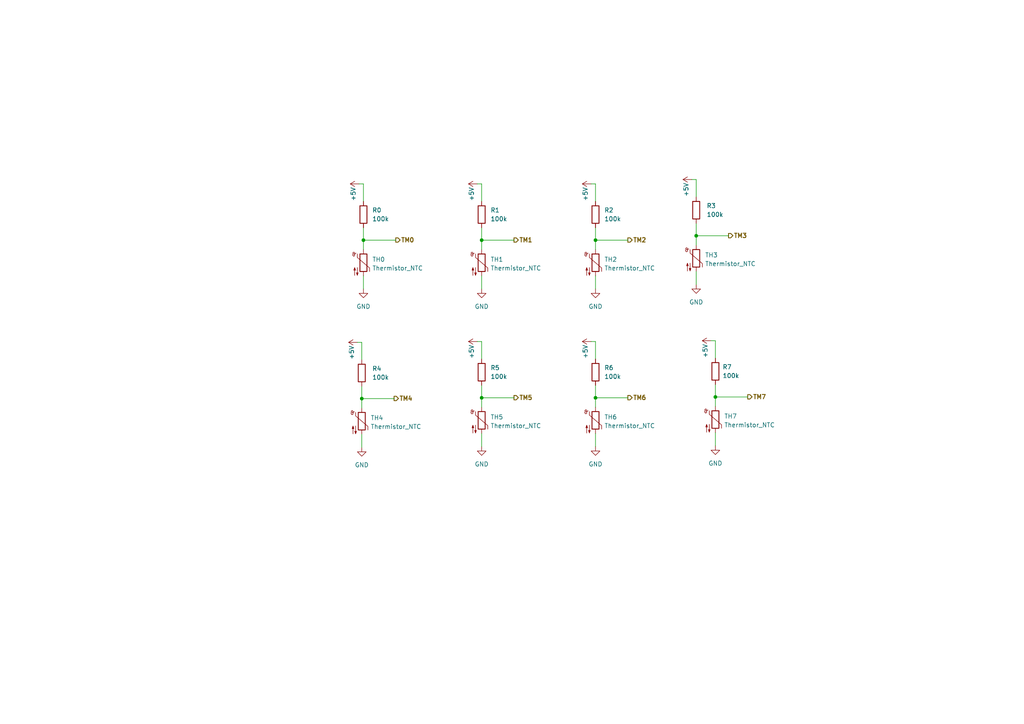
<source format=kicad_sch>
(kicad_sch (version 20211123) (generator eeschema)
  (paper "A4")
  (lib_symbols
    (symbol "Device:R" (pin_numbers hide) (pin_names (offset 0))
      (property "Reference" "R" (at 2.032 0 90))
      (property "Value" "R" (at 0 0 90))
      (symbol "R_0_1"
        (rectangle (start -1.016 -2.54) (end 1.016 2.54) (stroke (width 0.254)))
      )
      (symbol "R_1_1"
        (pin passive line (at 0 3.81 270) (length 1.27) (name "~") (number "1"))
        (pin passive line (at 0 -3.81 90) (length 1.27) (name "~") (number "2"))
      )
    )
    (symbol "Device:Thermistor_NTC" (pin_numbers hide) (pin_names (offset 0))
      (property "Reference" "TH" (at -4.445 0 90))
      (property "Value" "Thermistor_NTC" (at 3.175 0 90))
      (symbol "Thermistor_NTC_0_1"
        (arc (start -3.048 2.159) (mid -3.0505 2.3165) (end -3.175 2.413))
        (arc (start -3.048 2.159) (mid -2.9736 1.9794) (end -2.794 1.905))
        (arc (start -3.048 2.794) (mid -2.9736 2.6144) (end -2.794 2.54))
        (arc (start -2.794 1.905) (mid -2.6144 1.9794) (end -2.54 2.159))
        (arc (start -2.794 2.54) (mid -2.434 2.5608) (end -2.159 2.794))
        (arc (start -2.794 3.048) (mid -2.9736 2.9736) (end -3.048 2.794))
        (arc (start -2.54 2.794) (mid -2.6144 2.9736) (end -2.794 3.048))
        (rectangle (start -1.016 2.54) (end 1.016 -2.54) (stroke (width 0.254)))
        (polyline (pts (xy -2.54 2.159) (xy -2.54 2.794)))
        (polyline (pts (xy -1.778 2.54) (xy -1.778 1.524) (xy 1.778 -1.524) (xy 1.778 -2.54)))
        (polyline (pts (xy -2.54 -3.683) (xy -2.54 -1.397) (xy -2.794 -2.159) (xy -2.286 -2.159) (xy -2.54 -1.397) (xy -2.54 -1.651)) (fill (type outline)))
        (polyline (pts (xy -1.778 -1.397) (xy -1.778 -3.683) (xy -2.032 -2.921) (xy -1.524 -2.921) (xy -1.778 -3.683) (xy -1.778 -3.429)) (fill (type outline)))
      )
      (symbol "Thermistor_NTC_1_1"
        (pin passive line (at 0 3.81 270) (length 1.27) (name "~") (number "1"))
        (pin passive line (at 0 -3.81 90) (length 1.27) (name "~") (number "2"))
      )
    )
    (symbol "power:+5V" (power) (pin_names (offset 0))
      (property "Value" "+5V" (at 0 3.556 0))
      (symbol "+5V_0_1"
        (polyline (pts (xy -0.762 1.27) (xy 0 2.54)))
        (polyline (pts (xy 0 0) (xy 0 2.54)))
        (polyline (pts (xy 0 2.54) (xy 0.762 1.27)))
      )
      (symbol "+5V_1_1"
        (pin power_in line (at 0 0 90) (length 0) hide (name "+5V") (number "1"))
      )
    )
    (symbol "power:GND" (power) (pin_names (offset 0))
      (property "Value" "GND" (at 0 -3.81 0))
      (symbol "GND_0_1"
        (polyline (pts (xy 0 0) (xy 0 -1.27) (xy 1.27 -1.27) (xy 0 -2.54) (xy -1.27 -1.27) (xy 0 -1.27)))
      )
      (symbol "GND_1_1"
        (pin power_in line (at 0 0 270) (length 0) hide (name "GND") (number "1"))
      )
    )
  )
  (junction (at 139.7 69.6575))
  (junction (at 172.72 69.6575))
  (junction (at 207.493 115.1409))
  (junction (at 104.927 115.6141))
  (junction (at 105.41 69.6575))
  (junction (at 172.72 115.3775))
  (junction (at 201.93 68.3875))
  (junction (at 139.7 115.3775))
  (wire (pts (xy 172.72 115.3775) (xy 182.093 115.3775)))
  (wire (pts (xy 172.72 53.34) (xy 171.45 53.34)))
  (wire (pts (xy 172.72 72.39) (xy 172.72 69.6575)))
  (wire (pts (xy 105.41 72.39) (xy 105.41 69.6575)))
  (wire (pts (xy 139.7 125.73) (xy 139.7 129.54)))
  (wire (pts (xy 207.493 125.4934) (xy 207.493 129.3034)))
  (wire (pts (xy 139.7 118.11) (xy 139.7 115.3775)))
  (wire (pts (xy 114.3 115.6141) (xy 114.3 115.57)))
  (wire (pts (xy 149.073 115.3775) (xy 149.073 115.3334)))
  (wire (pts (xy 207.493 98.8234) (xy 206.223 98.8234)))
  (wire (pts (xy 201.93 64.77) (xy 201.93 68.3875)))
  (wire (pts (xy 182.093 69.6575) (xy 182.093 69.6134)))
  (wire (pts (xy 201.93 52.07) (xy 200.66 52.07)))
  (wire (pts (xy 105.41 80.01) (xy 105.41 83.82)))
  (wire (pts (xy 201.93 52.07) (xy 201.93 57.15)))
  (wire (pts (xy 139.7 66.04) (xy 139.7 69.6575)))
  (wire (pts (xy 104.927 125.9666) (xy 104.927 129.7766)))
  (wire (pts (xy 139.7 99.06) (xy 138.43 99.06)))
  (wire (pts (xy 172.72 125.73) (xy 172.72 129.54)))
  (wire (pts (xy 104.927 118.3466) (xy 104.927 115.6141)))
  (wire (pts (xy 201.93 78.74) (xy 201.93 82.55)))
  (wire (pts (xy 172.72 99.06) (xy 172.72 104.14)))
  (wire (pts (xy 172.72 66.04) (xy 172.72 69.6575)))
  (wire (pts (xy 207.493 115.1409) (xy 216.866 115.1409)))
  (wire (pts (xy 172.72 111.76) (xy 172.72 115.3775)))
  (wire (pts (xy 172.72 99.06) (xy 171.45 99.06)))
  (wire (pts (xy 207.493 117.8734) (xy 207.493 115.1409)))
  (wire (pts (xy 172.72 118.11) (xy 172.72 115.3775)))
  (wire (pts (xy 201.93 71.12) (xy 201.93 68.3875)))
  (wire (pts (xy 211.303 68.3875) (xy 211.303 68.3434)))
  (wire (pts (xy 114.783 69.6575) (xy 114.783 69.6134)))
  (wire (pts (xy 139.7 80.01) (xy 139.7 83.82)))
  (wire (pts (xy 172.72 80.01) (xy 172.72 83.82)))
  (wire (pts (xy 139.7 111.76) (xy 139.7 115.3775)))
  (wire (pts (xy 207.493 98.8234) (xy 207.493 103.9034)))
  (wire (pts (xy 105.41 69.6575) (xy 114.783 69.6575)))
  (wire (pts (xy 207.493 111.5234) (xy 207.493 115.1409)))
  (wire (pts (xy 139.7 72.39) (xy 139.7 69.6575)))
  (wire (pts (xy 139.7 69.6575) (xy 149.073 69.6575)))
  (wire (pts (xy 104.927 111.9966) (xy 104.927 115.6141)))
  (wire (pts (xy 105.41 53.34) (xy 105.41 58.42)))
  (wire (pts (xy 201.93 68.3875) (xy 211.303 68.3875)))
  (wire (pts (xy 172.72 69.6575) (xy 182.093 69.6575)))
  (wire (pts (xy 216.866 115.1409) (xy 216.866 115.0968)))
  (wire (pts (xy 105.41 66.04) (xy 105.41 69.6575)))
  (wire (pts (xy 149.073 69.6575) (xy 149.073 69.6134)))
  (wire (pts (xy 139.7 53.34) (xy 138.43 53.34)))
  (wire (pts (xy 105.41 53.34) (xy 104.14 53.34)))
  (wire (pts (xy 139.7 99.06) (xy 139.7 104.14)))
  (wire (pts (xy 182.093 115.3775) (xy 182.093 115.3334)))
  (wire (pts (xy 104.927 99.2966) (xy 103.657 99.2966)))
  (wire (pts (xy 172.72 53.34) (xy 172.72 58.42)))
  (wire (pts (xy 139.7 53.34) (xy 139.7 58.42)))
  (wire (pts (xy 104.927 115.6141) (xy 114.3 115.6141)))
  (wire (pts (xy 104.927 99.2966) (xy 104.927 104.3766)))
  (wire (pts (xy 139.7 115.3775) (xy 149.073 115.3775)))
  (hierarchical_label "TM7" (shape output) (at 216.866 115.0968 0) (effects (font bold)))
  (hierarchical_label "TM5" (shape output) (at 149.073 115.3334 0) (effects (font bold)))
  (hierarchical_label "TM6" (shape output) (at 182.093 115.3334 0) (effects (font bold)))
  (hierarchical_label "TM0" (shape output) (at 114.783 69.6134 0) (effects (font bold)))
  (hierarchical_label "TM4" (shape output) (at 114.3 115.57 0) (effects (font bold)))
  (hierarchical_label "TM2" (shape output) (at 182.093 69.6134 0) (effects (font bold)))
  (hierarchical_label "TM3" (shape output) (at 211.303 68.3434 0) (effects (font bold)))
  (hierarchical_label "TM1" (shape output) (at 149.073 69.6134 0) (effects (font bold)))
  (symbol (lib_id "power:+5V") (at 103.657 99.2966 90) (unit 1)
    (property "Reference" "#PWR?" (effects hide))
    (property "Value" "+5V" (at 101.9871 102.2492 0))
  )
  (symbol (lib_id "power:GND") (at 207.493 129.3034 0) (unit 1)
    (property "Reference" "#PWR?" (effects hide))
    (property "Value" "GND" (at 207.493 134.3834 0))
  )
  (symbol (lib_id "Device:Thermistor_NTC") (at 105.41 76.2 0) (unit 1)
    (property "Reference" "TH0" (at 107.95 75.2474 0) (effects (justify left)))
    (property "Value" "Thermistor_NTC" (at 107.95 77.7874 0) (effects (justify left)))
    (property "Footprint" "Connector_PinHeader_2.54mm:PinHeader_1x03_P2.54mm_Vertical" (effects hide))
  )
  (symbol (lib_id "Device:Thermistor_NTC") (at 172.72 76.2 0) (unit 1)
    (property "Reference" "TH2" (at 175.26 75.2474 0) (effects (justify left)))
    (property "Value" "Thermistor_NTC" (at 175.26 77.7874 0) (effects (justify left)))
    (property "Footprint" "Connector_PinHeader_2.54mm:PinHeader_1x03_P2.54mm_Vertical" (effects hide))
  )
  (symbol (lib_id "power:GND") (at 139.7 83.82 0) (unit 1)
    (property "Reference" "#PWR?" (effects hide))
    (property "Value" "GND" (at 139.7 88.9 0))
  )
  (symbol (lib_id "power:GND") (at 139.7 129.54 0) (unit 1)
    (property "Reference" "#PWR?" (effects hide))
    (property "Value" "GND" (at 139.7 134.62 0))
  )
  (symbol (lib_id "Device:Thermistor_NTC") (at 201.93 74.93 0) (unit 1)
    (property "Reference" "TH3" (at 204.47 73.9774 0) (effects (justify left)))
    (property "Value" "Thermistor_NTC" (at 204.47 76.5174 0) (effects (justify left)))
    (property "Footprint" "Connector_PinHeader_2.54mm:PinHeader_1x03_P2.54mm_Vertical" (effects hide))
  )
  (symbol (lib_id "Device:Thermistor_NTC") (at 207.493 121.6834 0) (unit 1)
    (property "Reference" "TH7" (at 210.033 120.7308 0) (effects (justify left)))
    (property "Value" "Thermistor_NTC" (at 210.033 123.2708 0) (effects (justify left)))
    (property "Footprint" "Connector_PinHeader_2.54mm:PinHeader_1x03_P2.54mm_Vertical" (effects hide))
  )
  (symbol (lib_id "Device:R") (at 207.493 107.7134 0) (unit 1)
    (property "Reference" "R7" (at 209.55 106.4433 0) (effects (justify left)))
    (property "Value" "100k" (at 209.55 108.9833 0) (effects (justify left)))
    (property "Footprint" "Resistor_THT:R_Box_L8.4mm_W2.5mm_P5.08mm" (effects hide))
  )
  (symbol (lib_id "Device:R") (at 139.7 62.23 0) (unit 1)
    (property "Reference" "R1" (at 142.24 60.9599 0) (effects (justify left)))
    (property "Value" "100k" (at 142.24 63.4999 0) (effects (justify left)))
    (property "Footprint" "Resistor_THT:R_Box_L8.4mm_W2.5mm_P5.08mm" (effects hide))
  )
  (symbol (lib_id "Device:R") (at 105.41 62.23 0) (unit 1)
    (property "Reference" "R0" (at 107.95 60.9599 0) (effects (justify left)))
    (property "Value" "100k" (at 107.95 63.4999 0) (effects (justify left)))
    (property "Footprint" "Resistor_THT:R_Box_L8.4mm_W2.5mm_P5.08mm" (effects hide))
  )
  (symbol (lib_id "power:GND") (at 172.72 129.54 0) (unit 1)
    (property "Reference" "#PWR?" (effects hide))
    (property "Value" "GND" (at 172.72 134.62 0))
  )
  (symbol (lib_id "Device:R") (at 201.93 60.96 0) (unit 1)
    (property "Reference" "R3" (at 204.953 59.6899 0) (effects (justify left)))
    (property "Value" "100k" (at 204.953 62.2299 0) (effects (justify left)))
    (property "Footprint" "Resistor_THT:R_Box_L8.4mm_W2.5mm_P5.08mm" (effects hide))
  )
  (symbol (lib_id "power:+5V") (at 206.223 98.8234 90) (unit 1)
    (property "Reference" "#PWR?" (effects hide))
    (property "Value" "+5V" (at 204.5531 101.776 0))
  )
  (symbol (lib_id "Device:Thermistor_NTC") (at 139.7 76.2 0) (unit 1)
    (property "Reference" "TH1" (at 142.24 75.2474 0) (effects (justify left)))
    (property "Value" "Thermistor_NTC" (at 142.24 77.7874 0) (effects (justify left)))
    (property "Footprint" "Connector_PinHeader_2.54mm:PinHeader_1x03_P2.54mm_Vertical" (effects hide))
  )
  (symbol (lib_id "Device:R") (at 172.72 62.23 0) (unit 1)
    (property "Reference" "R2" (at 175.26 60.9599 0) (effects (justify left)))
    (property "Value" "100k" (at 175.26 63.4999 0) (effects (justify left)))
    (property "Footprint" "Resistor_THT:R_Box_L8.4mm_W2.5mm_P5.08mm" (effects hide))
  )
  (symbol (lib_id "power:+5V") (at 104.14 53.34 90) (unit 1)
    (property "Reference" "#PWR?" (effects hide))
    (property "Value" "+5V" (at 102.4701 56.2926 0))
  )
  (symbol (lib_id "power:GND") (at 104.927 129.7766 0) (unit 1)
    (property "Reference" "#PWR?" (effects hide))
    (property "Value" "GND" (at 104.927 134.8566 0))
  )
  (symbol (lib_id "power:+5V") (at 138.43 53.34 90) (unit 1)
    (property "Reference" "#PWR?" (effects hide))
    (property "Value" "+5V" (at 136.7601 56.2926 0))
  )
  (symbol (lib_id "Device:Thermistor_NTC") (at 172.72 121.92 0) (unit 1)
    (property "Reference" "TH6" (at 175.26 120.9674 0) (effects (justify left)))
    (property "Value" "Thermistor_NTC" (at 175.26 123.5074 0) (effects (justify left)))
    (property "Footprint" "Connector_PinHeader_2.54mm:PinHeader_1x03_P2.54mm_Vertical" (effects hide))
  )
  (symbol (lib_id "power:GND") (at 105.41 83.82 0) (unit 1)
    (property "Reference" "#PWR?" (effects hide))
    (property "Value" "GND" (at 105.41 88.9 0))
  )
  (symbol (lib_id "power:+5V") (at 171.45 99.06 90) (unit 1)
    (property "Reference" "#PWR?" (effects hide))
    (property "Value" "+5V" (at 169.7801 102.0126 0))
  )
  (symbol (lib_id "power:GND") (at 172.72 83.82 0) (unit 1)
    (property "Reference" "#PWR?" (effects hide))
    (property "Value" "GND" (at 172.72 88.9 0))
  )
  (symbol (lib_id "power:+5V") (at 200.66 52.07 90) (unit 1)
    (property "Reference" "#PWR?" (effects hide))
    (property "Value" "+5V" (at 198.9901 55.0226 0))
  )
  (symbol (lib_id "power:+5V") (at 138.43 99.06 90) (unit 1)
    (property "Reference" "#PWR?" (effects hide))
    (property "Value" "+5V" (at 136.7601 102.0126 0))
  )
  (symbol (lib_id "power:GND") (at 201.93 82.55 0) (unit 1)
    (property "Reference" "#PWR?" (effects hide))
    (property "Value" "GND" (at 201.93 87.63 0))
  )
  (symbol (lib_id "Device:R") (at 172.72 107.95 0) (unit 1)
    (property "Reference" "R6" (at 175.26 106.6799 0) (effects (justify left)))
    (property "Value" "100k" (at 175.26 109.2199 0) (effects (justify left)))
    (property "Footprint" "Resistor_THT:R_Box_L8.4mm_W2.5mm_P5.08mm" (effects hide))
  )
  (symbol (lib_id "Device:R") (at 139.7 107.95 0) (unit 1)
    (property "Reference" "R5" (at 142.24 106.6799 0) (effects (justify left)))
    (property "Value" "100k" (at 142.24 109.2199 0) (effects (justify left)))
    (property "Footprint" "Resistor_THT:R_Box_L8.4mm_W2.5mm_P5.08mm" (effects hide))
  )
  (symbol (lib_id "Device:Thermistor_NTC") (at 139.7 121.92 0) (unit 1)
    (property "Reference" "TH5" (at 142.24 120.9674 0) (effects (justify left)))
    (property "Value" "Thermistor_NTC" (at 142.24 123.5074 0) (effects (justify left)))
    (property "Footprint" "Connector_PinHeader_2.54mm:PinHeader_1x03_P2.54mm_Vertical" (effects hide))
  )
  (symbol (lib_id "power:+5V") (at 171.45 53.34 90) (unit 1)
    (property "Reference" "#PWR?" (effects hide))
    (property "Value" "+5V" (at 169.7801 56.2926 0))
  )
  (symbol (lib_id "Device:Thermistor_NTC") (at 104.927 122.1566 0) (unit 1)
    (property "Reference" "TH4" (at 107.467 121.204 0) (effects (justify left)))
    (property "Value" "Thermistor_NTC" (at 107.467 123.744 0) (effects (justify left)))
    (property "Footprint" "Connector_PinHeader_2.54mm:PinHeader_1x03_P2.54mm_Vertical" (effects hide))
  )
  (symbol (lib_id "Device:R") (at 104.927 108.1866 0) (unit 1)
    (property "Reference" "R4" (at 107.95 106.9165 0) (effects (justify left)))
    (property "Value" "100k" (at 107.95 109.4565 0) (effects (justify left)))
    (property "Footprint" "Resistor_THT:R_Box_L8.4mm_W2.5mm_P5.08mm" (effects hide))
  )
)
</source>
